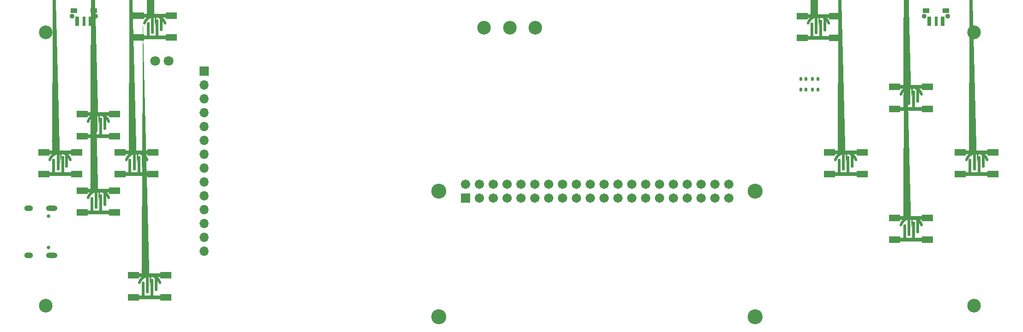
<source format=gbr>
%TF.GenerationSoftware,KiCad,Pcbnew,7.0.9*%
%TF.CreationDate,2024-03-17T17:30:52-07:00*%
%TF.ProjectId,PiEmulator,5069456d-756c-4617-946f-722e6b696361,rev?*%
%TF.SameCoordinates,Original*%
%TF.FileFunction,Soldermask,Top*%
%TF.FilePolarity,Negative*%
%FSLAX46Y46*%
G04 Gerber Fmt 4.6, Leading zero omitted, Abs format (unit mm)*
G04 Created by KiCad (PCBNEW 7.0.9) date 2024-03-17 17:30:52*
%MOMM*%
%LPD*%
G01*
G04 APERTURE LIST*
G04 Aperture macros list*
%AMRoundRect*
0 Rectangle with rounded corners*
0 $1 Rounding radius*
0 $2 $3 $4 $5 $6 $7 $8 $9 X,Y pos of 4 corners*
0 Add a 4 corners polygon primitive as box body*
4,1,4,$2,$3,$4,$5,$6,$7,$8,$9,$2,$3,0*
0 Add four circle primitives for the rounded corners*
1,1,$1+$1,$2,$3*
1,1,$1+$1,$4,$5*
1,1,$1+$1,$6,$7*
1,1,$1+$1,$8,$9*
0 Add four rect primitives between the rounded corners*
20,1,$1+$1,$2,$3,$4,$5,0*
20,1,$1+$1,$4,$5,$6,$7,0*
20,1,$1+$1,$6,$7,$8,$9,0*
20,1,$1+$1,$8,$9,$2,$3,0*%
%AMFreePoly0*
4,1,9,0.000354,0.000354,0.000500,0.000000,0.000354,-0.000354,0.000000,-0.000500,-0.000354,-0.000354,-0.000500,0.000000,-0.000354,0.000354,0.000000,0.000500,0.000354,0.000354,0.000354,0.000354,$1*%
%AMFreePoly1*
4,1,56,0.431349,2.208265,0.710994,2.134709,0.978897,2.025896,1.230633,1.883624,1.462043,1.710241,1.669306,1.508612,1.848999,1.282067,1.998154,1.034348,2.114308,0.769545,2.129385,0.684040,2.114308,0.598535,2.070896,0.523343,2.004385,0.467534,1.922797,0.437838,1.835973,0.437838,1.754385,0.467534,1.687874,0.523343,1.644461,0.598535,1.601319,0.716896,1.482119,0.938874,
1.332352,1.141490,1.155108,1.320563,0.954041,1.472402,0.733299,1.593874,0.497433,1.682475,0.251308,1.736377,0.000000,1.754469,-0.251308,1.736377,-0.497433,1.682475,-0.733299,1.593874,-0.954041,1.472402,-1.155108,1.320563,-1.332352,1.141490,-1.482119,0.938874,-1.601319,0.716896,-1.644462,0.598535,-1.687874,0.523343,-1.754385,0.467534,-1.835973,0.437838,-1.922797,0.437838,
-2.004385,0.467534,-2.070896,0.523343,-2.114308,0.598535,-2.129385,0.684040,-2.114308,0.769545,-1.998154,1.034348,-1.848999,1.282067,-1.669306,1.508612,-1.462043,1.710241,-1.230633,1.883624,-0.978897,2.025896,-0.710994,2.134709,-0.431349,2.208265,-0.144579,2.245349,0.144579,2.245349,0.431349,2.208265,0.431349,2.208265,$1*%
G04 Aperture macros list end*
%ADD10C,0.900000*%
%ADD11R,0.750000X1.800000*%
%ADD12R,0.600000X1.800000*%
%ADD13R,1.300000X0.900000*%
%ADD14C,2.500000*%
%ADD15R,2.100000X1.200000*%
%ADD16RoundRect,0.125000X-0.125000X-1.449999X0.125000X-1.449999X0.125000X1.449999X-0.125000X1.449999X0*%
%ADD17RoundRect,0.150000X-3.050000X-0.150000X3.050000X-0.150000X3.050000X0.150000X-3.050000X0.150000X0*%
%ADD18FreePoly0,0.000000*%
%ADD19FreePoly1,0.000000*%
%ADD20RoundRect,0.125000X-0.125000X-1.362499X0.125000X-1.362499X0.125000X1.362499X-0.125000X1.362499X0*%
%ADD21FreePoly0,180.000000*%
%ADD22FreePoly1,180.000000*%
%ADD23R,1.700000X1.700000*%
%ADD24O,1.700000X1.700000*%
%ADD25RoundRect,0.147500X-0.147500X-0.172500X0.147500X-0.172500X0.147500X0.172500X-0.147500X0.172500X0*%
%ADD26RoundRect,0.135000X-0.135000X-0.185000X0.135000X-0.185000X0.135000X0.185000X-0.135000X0.185000X0*%
%ADD27C,2.750000*%
%ADD28RoundRect,0.102000X-0.754000X-0.754000X0.754000X-0.754000X0.754000X0.754000X-0.754000X0.754000X0*%
%ADD29C,1.712000*%
%ADD30C,0.650000*%
%ADD31O,1.600000X1.000000*%
%ADD32O,2.100000X1.000000*%
%ADD33C,1.800000*%
G04 APERTURE END LIST*
D10*
%TO.C,SWL1*%
X74475000Y-73444000D03*
X70175000Y-73444000D03*
D11*
X73555000Y-74344000D03*
D12*
X72325000Y-74344000D03*
D11*
X71095000Y-74344000D03*
D13*
X74175000Y-72404000D03*
X70475000Y-72404000D03*
%TD*%
D14*
%TO.C,H1*%
X65325000Y-76374000D03*
%TD*%
D15*
%TO.C,SWB1*%
X220980000Y-110427000D03*
D16*
X223580000Y-112127000D03*
D17*
X223980000Y-110427000D03*
D18*
X223980000Y-112427000D03*
D19*
X223980000Y-112427000D03*
D20*
X225180000Y-111714500D03*
D15*
X226980000Y-110427000D03*
X220980000Y-114427000D03*
D20*
X222780000Y-113127000D03*
D21*
X223980000Y-112427000D03*
D22*
X223980000Y-112427000D03*
D17*
X223980000Y-114427000D03*
D16*
X224430000Y-112701999D03*
D15*
X226980000Y-114427000D03*
%TD*%
D14*
%TO.C,H3*%
X235538000Y-126572000D03*
%TD*%
D10*
%TO.C,SWR1*%
X230688000Y-73444000D03*
X226388000Y-73444000D03*
D11*
X229768000Y-74344000D03*
D12*
X228538000Y-74344000D03*
D11*
X227308000Y-74344000D03*
D13*
X230388000Y-72404000D03*
X226688000Y-72404000D03*
%TD*%
D14*
%TO.C,H2*%
X65325000Y-126572000D03*
%TD*%
D15*
%TO.C,SWA1*%
X232980000Y-98427000D03*
D16*
X235580000Y-100127000D03*
D17*
X235980000Y-98427000D03*
D18*
X235980000Y-100427000D03*
D19*
X235980000Y-100427000D03*
D20*
X237180000Y-99714500D03*
D15*
X238980000Y-98427000D03*
X232980000Y-102427000D03*
D20*
X234780000Y-101127000D03*
D21*
X235980000Y-100427000D03*
D22*
X235980000Y-100427000D03*
D17*
X235980000Y-102427000D03*
D16*
X236430000Y-100701999D03*
D15*
X238980000Y-102427000D03*
%TD*%
D14*
%TO.C,H4*%
X235538000Y-76374000D03*
%TD*%
D23*
%TO.C,U2*%
X94375000Y-83490000D03*
D24*
X94375000Y-86030000D03*
X94375000Y-88570000D03*
X94375000Y-91110000D03*
X94375000Y-93650000D03*
X94375000Y-96190000D03*
X94375000Y-98730000D03*
X94375000Y-101270000D03*
X94375000Y-103810000D03*
X94375000Y-106350000D03*
X94375000Y-108890000D03*
X94375000Y-111430000D03*
X94375000Y-113970000D03*
X94375000Y-116510000D03*
%TD*%
D15*
%TO.C,SWRIGHT1*%
X78980000Y-98427000D03*
D16*
X81580000Y-100127000D03*
D17*
X81980000Y-98427000D03*
D18*
X81980000Y-100427000D03*
D19*
X81980000Y-100427000D03*
D20*
X83180000Y-99714500D03*
D15*
X84980000Y-98427000D03*
X78980000Y-102427000D03*
D20*
X80780000Y-101127000D03*
D21*
X81980000Y-100427000D03*
D22*
X81980000Y-100427000D03*
D17*
X81980000Y-102427000D03*
D16*
X82430000Y-100701999D03*
D15*
X84980000Y-102427000D03*
%TD*%
D25*
%TO.C,D2*%
X203754000Y-86868000D03*
X204724000Y-86868000D03*
%TD*%
D15*
%TO.C,SWLEFT1*%
X64980000Y-98427000D03*
D16*
X67580000Y-100127000D03*
D17*
X67980000Y-98427000D03*
D18*
X67980000Y-100427000D03*
D19*
X67980000Y-100427000D03*
D20*
X69180000Y-99714500D03*
D15*
X70980000Y-98427000D03*
X64980000Y-102427000D03*
D20*
X66780000Y-101127000D03*
D21*
X67980000Y-100427000D03*
D22*
X67980000Y-100427000D03*
D17*
X67980000Y-102427000D03*
D16*
X68430000Y-100701999D03*
D15*
X70980000Y-102427000D03*
%TD*%
D26*
%TO.C,R3*%
X205865000Y-84963000D03*
X206885000Y-84963000D03*
%TD*%
D15*
%TO.C,SWUP1*%
X71980000Y-91427000D03*
D16*
X74580000Y-93127000D03*
D17*
X74980000Y-91427000D03*
D18*
X74980000Y-93427000D03*
D19*
X74980000Y-93427000D03*
D20*
X76180000Y-92714500D03*
D15*
X77980000Y-91427000D03*
X71980000Y-95427000D03*
D20*
X73780000Y-94127000D03*
D21*
X74980000Y-93427000D03*
D22*
X74980000Y-93427000D03*
D17*
X74980000Y-95427000D03*
D16*
X75430000Y-93701999D03*
D15*
X77980000Y-95427000D03*
%TD*%
%TO.C,SWDOWN1*%
X71980000Y-105427000D03*
D16*
X74580000Y-107127000D03*
D17*
X74980000Y-105427000D03*
D18*
X74980000Y-107427000D03*
D19*
X74980000Y-107427000D03*
D20*
X76180000Y-106714500D03*
D15*
X77980000Y-105427000D03*
X71980000Y-109427000D03*
D20*
X73780000Y-108127000D03*
D21*
X74980000Y-107427000D03*
D22*
X74980000Y-107427000D03*
D17*
X74980000Y-109427000D03*
D16*
X75430000Y-107701999D03*
D15*
X77980000Y-109427000D03*
%TD*%
D26*
%TO.C,R4*%
X205863000Y-86868000D03*
X206883000Y-86868000D03*
%TD*%
D27*
%TO.C,U1*%
X137387000Y-105532000D03*
X137387000Y-128532000D03*
X195387000Y-105532000D03*
X195387000Y-128532000D03*
D28*
X142257000Y-106802000D03*
D29*
X142257000Y-104262000D03*
X144797000Y-106802000D03*
X144797000Y-104262000D03*
X147337000Y-106802000D03*
X147337000Y-104262000D03*
X149877000Y-106802000D03*
X149877000Y-104262000D03*
X152417000Y-106802000D03*
X152417000Y-104262000D03*
X154957000Y-106802000D03*
X154957000Y-104262000D03*
X157497000Y-106802000D03*
X157497000Y-104262000D03*
X160037000Y-106802000D03*
X160037000Y-104262000D03*
X162577000Y-106802000D03*
X162577000Y-104262000D03*
X165117000Y-106802000D03*
X165117000Y-104262000D03*
X167657000Y-106802000D03*
X167657000Y-104262000D03*
X170197000Y-106802000D03*
X170197000Y-104262000D03*
X172737000Y-106802000D03*
X172737000Y-104262000D03*
X175277000Y-106802000D03*
X175277000Y-104262000D03*
X177817000Y-106802000D03*
X177817000Y-104262000D03*
X180357000Y-106802000D03*
X180357000Y-104262000D03*
X182897000Y-106802000D03*
X182897000Y-104262000D03*
X185437000Y-106802000D03*
X185437000Y-104262000D03*
X187977000Y-106802000D03*
X187977000Y-104262000D03*
X190517000Y-106802000D03*
X190517000Y-104262000D03*
%TD*%
D15*
%TO.C,SWX1*%
X220980000Y-86427000D03*
D16*
X223580000Y-88127000D03*
D17*
X223980000Y-86427000D03*
D18*
X223980000Y-88427000D03*
D19*
X223980000Y-88427000D03*
D20*
X225180000Y-87714500D03*
D15*
X226980000Y-86427000D03*
X220980000Y-90427000D03*
D20*
X222780000Y-89127000D03*
D21*
X223980000Y-88427000D03*
D22*
X223980000Y-88427000D03*
D17*
X223980000Y-90427000D03*
D16*
X224430000Y-88701999D03*
D15*
X226980000Y-90427000D03*
%TD*%
%TO.C,SWACTION1*%
X81376000Y-120968000D03*
D16*
X83976000Y-122668000D03*
D17*
X84376000Y-120968000D03*
D18*
X84376000Y-122968000D03*
D19*
X84376000Y-122968000D03*
D20*
X85576000Y-122255500D03*
D15*
X87376000Y-120968000D03*
X81376000Y-124968000D03*
D20*
X83176000Y-123668000D03*
D21*
X84376000Y-122968000D03*
D22*
X84376000Y-122968000D03*
D17*
X84376000Y-124968000D03*
D16*
X84826000Y-123242999D03*
D15*
X87376000Y-124968000D03*
%TD*%
%TO.C,SWSELECT1*%
X82325000Y-73374000D03*
D16*
X84925000Y-75074000D03*
D17*
X85325000Y-73374000D03*
D18*
X85325000Y-75374000D03*
D19*
X85325000Y-75374000D03*
D20*
X86525000Y-74661500D03*
D15*
X88325000Y-73374000D03*
X82325000Y-77374000D03*
D20*
X84125000Y-76074000D03*
D21*
X85325000Y-75374000D03*
D22*
X85325000Y-75374000D03*
D17*
X85325000Y-77374000D03*
D16*
X85775000Y-75648999D03*
D15*
X88325000Y-77374000D03*
%TD*%
%TO.C,SWSTART1*%
X203980000Y-73427000D03*
D16*
X206580000Y-75127000D03*
D17*
X206980000Y-73427000D03*
D18*
X206980000Y-75427000D03*
D19*
X206980000Y-75427000D03*
D20*
X208180000Y-74714500D03*
D15*
X209980000Y-73427000D03*
X203980000Y-77427000D03*
D20*
X205780000Y-76127000D03*
D21*
X206980000Y-75427000D03*
D22*
X206980000Y-75427000D03*
D17*
X206980000Y-77427000D03*
D16*
X207430000Y-75701999D03*
D15*
X209980000Y-77427000D03*
%TD*%
D25*
%TO.C,D1*%
X203731000Y-84963000D03*
X204701000Y-84963000D03*
%TD*%
D15*
%TO.C,SWY1*%
X208980000Y-98427000D03*
D16*
X211580000Y-100127000D03*
D17*
X211980000Y-98427000D03*
D18*
X211980000Y-100427000D03*
D19*
X211980000Y-100427000D03*
D20*
X213180000Y-99714500D03*
D15*
X214980000Y-98427000D03*
X208980000Y-102427000D03*
D20*
X210780000Y-101127000D03*
D21*
X211980000Y-100427000D03*
D22*
X211980000Y-100427000D03*
D17*
X211980000Y-102427000D03*
D16*
X212430000Y-100701999D03*
D15*
X214980000Y-102427000D03*
%TD*%
D14*
%TO.C,SW2*%
X145711000Y-75565000D03*
X150411000Y-75565000D03*
X155111000Y-75565000D03*
%TD*%
D30*
%TO.C,J3*%
X65865000Y-115845000D03*
X65865000Y-110065000D03*
D31*
X62215000Y-117275000D03*
D32*
X66395000Y-117275000D03*
D31*
X62215000Y-108635000D03*
D32*
X66395000Y-108635000D03*
%TD*%
D33*
%TO.C,U5*%
X85384000Y-81661000D03*
X87884000Y-81661000D03*
%TD*%
M02*

</source>
